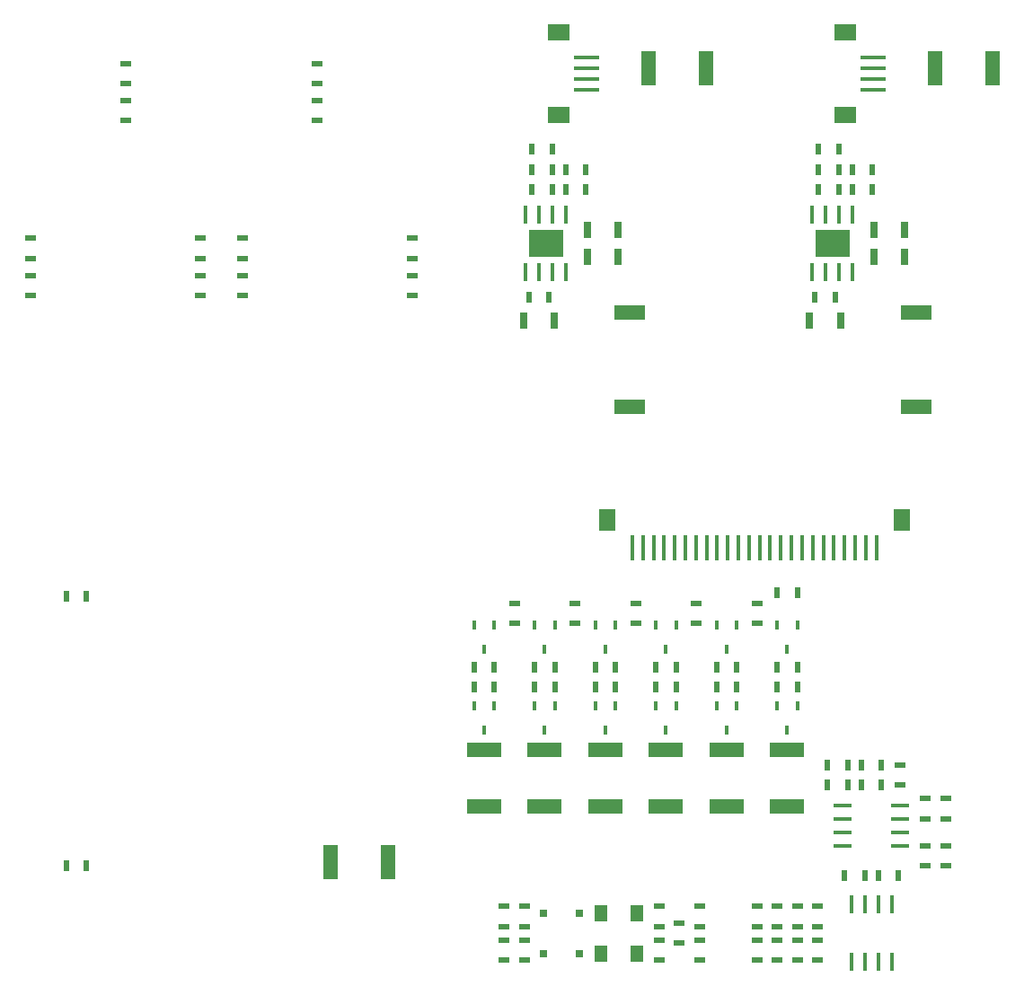
<source format=gbr>
G04 DipTrace 3.2.0.1*
G04 Âåðõíÿÿï.ìàñêà.gbr*
%MOIN*%
G04 #@! TF.FileFunction,Paste,Top*
G04 #@! TF.Part,Single*
%ADD72R,0.094488X0.015748*%
%ADD74R,0.07874X0.062992*%
%ADD76R,0.015748X0.094488*%
%ADD78R,0.062992X0.07874*%
%ADD83R,0.017717X0.033465*%
%ADD85R,0.027559X0.029528*%
%ADD86R,0.047244X0.062992*%
%ADD91R,0.129921X0.055118*%
%ADD93R,0.055118X0.129921*%
%ADD95R,0.11811X0.055118*%
%ADD99R,0.129921X0.098425*%
%ADD101R,0.003937X0.047244*%
%ADD105R,0.070866X0.015748*%
%ADD107R,0.015748X0.070866*%
%ADD109R,0.027559X0.059055*%
%ADD111R,0.043307X0.019685*%
%ADD114R,0.019685X0.043307*%
%FSLAX26Y26*%
G04*
G70*
G90*
G75*
G01*
G04 TopPaste*
%LPD*%
D111*
X2487894Y153543D3*
Y78740D3*
X2412894Y216043D3*
Y141240D3*
Y16240D3*
Y91043D3*
X2850394D3*
Y16240D3*
Y141240D3*
Y216043D3*
X3306644Y741043D3*
Y666240D3*
D114*
X3300295Y328642D3*
X3225492D3*
X3175295D3*
X3100492D3*
D111*
X3475394Y541240D3*
Y616043D3*
X3400394Y366240D3*
Y441043D3*
D109*
X3209055Y2625886D3*
X3323228D3*
X2971555Y2388386D3*
X3085728D3*
D114*
X2991240Y2475886D3*
X3066043D3*
X3003740Y2875886D3*
X3078543D3*
D109*
X3209055Y2725886D3*
X3323228D3*
D114*
X3078543Y3025886D3*
X3003740D3*
D105*
X3094094Y591142D3*
Y541142D3*
Y491142D3*
Y441142D3*
X3306693D3*
Y491142D3*
Y541142D3*
Y591142D3*
D101*
X2623524Y29528D3*
X2643209D3*
X2662894D3*
X2682579D3*
X2702264D3*
Y202756D3*
X2682579D3*
X2662894D3*
X2643209D3*
X2623524D3*
D107*
X3125394Y9843D3*
X3175394D3*
X3225394D3*
X3275394D3*
Y222441D3*
X3225394D3*
X3175394D3*
X3125394D3*
X2978642Y2569587D3*
X3028642D3*
X3078642D3*
X3128642D3*
Y2782185D3*
X3078642D3*
X3028642D3*
X2978642D3*
D99*
X3057579Y2675886D3*
D111*
X433071Y3344488D3*
Y3269685D3*
X1141732Y3344488D3*
Y3269685D3*
X78740Y2482283D3*
Y2557087D3*
X708661Y2482283D3*
Y2557087D3*
X866142Y2482283D3*
Y2557087D3*
X1496063Y2482283D3*
Y2557087D3*
D95*
X3366102Y2068898D3*
Y2419291D3*
D114*
X212992Y1366142D3*
X287795D3*
X1725492Y1103642D3*
X1800295D3*
X1725492Y1028642D3*
X1800295D3*
D111*
X1875394Y1266240D3*
Y1341043D3*
D93*
X1406693Y378642D3*
X1194094D3*
D91*
X1762894Y584843D3*
Y797441D3*
D114*
X1950492Y1103642D3*
X2025295D3*
X1950492Y1028642D3*
X2025295D3*
D111*
X2100394Y1266240D3*
Y1341043D3*
D114*
X212992Y366142D3*
X287795D3*
D111*
X433071Y3131890D3*
Y3206693D3*
X1141732Y3131890D3*
Y3206693D3*
X78740Y2694882D3*
Y2620079D3*
X708661Y2694882D3*
Y2620079D3*
X866142Y2694882D3*
Y2620079D3*
D91*
X1987894Y584843D3*
Y797441D3*
D114*
X2175492Y1103642D3*
X2250295D3*
X2175492Y1028642D3*
X2250295D3*
D111*
X2325394Y1266240D3*
Y1341043D3*
X1496063Y2694882D3*
Y2620079D3*
D93*
X3649606Y3326772D3*
X3437008D3*
D114*
X3128740Y2875886D3*
X3203543D3*
Y2950886D3*
X3128740D3*
X3078543D3*
X3003740D3*
D91*
X2212894Y584843D3*
Y797441D3*
D111*
X1837894Y16240D3*
Y91043D3*
X2562894Y16240D3*
Y91043D3*
X1837894Y216043D3*
Y141240D3*
X2562894Y216043D3*
Y141240D3*
D114*
X2400492Y1103642D3*
X2475295D3*
X2400492Y1028642D3*
X2475295D3*
D111*
X1912894Y216043D3*
Y141240D3*
Y16240D3*
Y91043D3*
X2550394Y1266240D3*
Y1341043D3*
D91*
X2437894Y584843D3*
Y797441D3*
D111*
X3000394Y216043D3*
Y141240D3*
X2775394Y216043D3*
Y141240D3*
D114*
X2625492Y1103642D3*
X2700295D3*
X2625492Y1028642D3*
X2700295D3*
D111*
X3000394Y91043D3*
Y16240D3*
X2775394D3*
Y91043D3*
Y1266240D3*
Y1341043D3*
X3400394Y541240D3*
Y616043D3*
D91*
X2662894Y584843D3*
Y797441D3*
D111*
X2925394Y91043D3*
Y16240D3*
Y141240D3*
Y216043D3*
D114*
X2850492Y1103642D3*
X2925295D3*
X2850492Y1028642D3*
X2925295D3*
D111*
X3475394Y366240D3*
Y441043D3*
D114*
X3112795Y666142D3*
X3037992D3*
X2925295Y1378642D3*
X2850492D3*
D91*
X2887894Y584843D3*
Y797441D3*
D114*
X3237795Y741142D3*
X3162992D3*
X3037992D3*
X3112795D3*
X3237795Y666142D3*
X3162992D3*
D85*
X1983465Y191142D3*
X2117323D3*
X1983465Y41142D3*
X2117323D3*
D86*
X2195965Y191142D3*
X2329823D3*
X2195965Y41142D3*
X2329823D3*
D83*
X1800295Y961417D3*
X1725492D3*
X1762894Y870866D3*
X1800295Y1261417D3*
X1725492D3*
X1762894Y1170866D3*
X2025295Y961417D3*
X1950492D3*
X1987894Y870866D3*
X2025295Y1261417D3*
X1950492D3*
X1987894Y1170866D3*
X2250295Y961417D3*
X2175492D3*
X2212894Y870866D3*
X2250295Y1261417D3*
X2175492D3*
X2212894Y1170866D3*
X2475295Y961417D3*
X2400492D3*
X2437894Y870866D3*
X2475295Y1261417D3*
X2400492D3*
X2437894Y1170866D3*
X2700295Y961417D3*
X2625492D3*
X2662894Y870866D3*
X2700295Y1261417D3*
X2625492D3*
X2662894Y1170866D3*
X2925295Y961417D3*
X2850492D3*
X2887894Y870866D3*
X2925295Y1261417D3*
X2850492D3*
X2887894Y1170866D3*
D78*
X3312992Y1649606D3*
D76*
X3218504Y1547244D3*
X3179134D3*
X3139764D3*
X3100394D3*
X3061024D3*
X3021654D3*
X2982283D3*
X2942913D3*
X2903543D3*
X2864173D3*
X2824803D3*
X2785433D3*
X2746063D3*
X2706693D3*
X2667323D3*
X2627953D3*
X2588583D3*
X2549213D3*
X2509843D3*
X2470472D3*
X2431102D3*
X2391732D3*
X2352362D3*
X2312992D3*
D78*
X2218504Y1649606D3*
D74*
X3104331Y3460630D3*
D72*
X3206693Y3366142D3*
Y3326772D3*
Y3287402D3*
Y3248031D3*
D74*
X3104331Y3153543D3*
D109*
X2146063Y2625886D3*
X2260236D3*
X1908563Y2388386D3*
X2022736D3*
D114*
X1928248Y2475886D3*
X2003051D3*
X1940748Y2875886D3*
X2015551D3*
D109*
X2146063Y2725886D3*
X2260236D3*
D114*
X2015551Y3025886D3*
X1940748D3*
D107*
X1915650Y2569587D3*
X1965650D3*
X2015650D3*
X2065650D3*
Y2782185D3*
X2015650D3*
X1965650D3*
X1915650D3*
D99*
X1994587Y2675886D3*
D95*
X2303110Y2068898D3*
Y2419291D3*
D93*
X2586614Y3326772D3*
X2374016D3*
D114*
X2065748Y2875886D3*
X2140551D3*
Y2950886D3*
X2065748D3*
X2015551D3*
X1940748D3*
D74*
X2041339Y3460630D3*
D72*
X2143701Y3366142D3*
Y3326772D3*
Y3287402D3*
Y3248031D3*
D74*
X2041339Y3153543D3*
M02*

</source>
